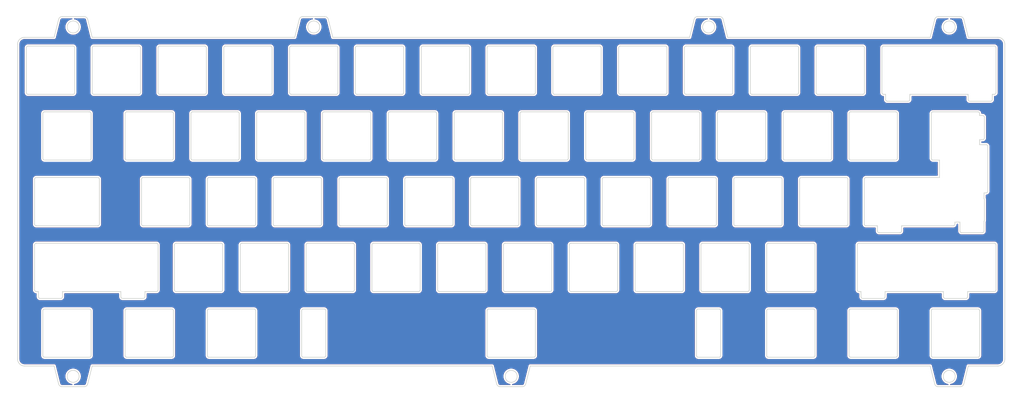
<source format=kicad_pcb>
(kicad_pcb (version 20211014) (generator pcbnew)
  (layers (0 "F.Cu" signal) (31 "B.Cu" signal) (34 "B.Paste" user) (35 "F.Paste" user) (36 "B.SilkS" user "B.Silkscreen") (37 "F.SilkS" user "F.Silkscreen") (38 "B.Mask" user) (39 "F.Mask" user) (44 "Edge.Cuts" user))
  (net 0 "")
  (gr_line (start 172.131 54.775) (end 159.131 54.775) (layer "Edge.Cuts") (width 0.2))
  (gr_arc (start 24.4935 59.825) (mid 24.847053 59.971447) (end 24.9935 60.325) (layer "Edge.Cuts") (width 0.2))
  (gr_line (start 235.331 54.775) (end 248.331 54.775) (layer "Edge.Cuts") (width 0.2))
  (gr_line (start 111.506 73.825) (end 124.506 73.825) (layer "Edge.Cuts") (width 0.2))
  (gr_arc (start 225.806 73.825) (mid 225.452447 73.678553) (end 225.306 73.325) (layer "Edge.Cuts") (width 0.2))
  (gr_arc (start 244.0685 92.375) (mid 243.922053 92.728553) (end 243.5685 92.875) (layer "Edge.Cuts") (width 0.2))
  (gr_line (start 39.281 54.275) (end 39.281 41.275) (layer "Edge.Cuts") (width 0.2))
  (gr_arc (start 48.306 116.975) (mid 48.659553 117.121447) (end 48.806 117.475) (layer "Edge.Cuts") (width 0.2))
  (gr_line (start 182.9435 111.925) (end 195.9435 111.925) (layer "Edge.Cuts") (width 0.2))
  (gr_line (start 248.331 40.775) (end 235.331 40.775) (layer "Edge.Cuts") (width 0.2))
  (gr_arc (start 225.0185 92.375) (mid 224.872053 92.728553) (end 224.5185 92.875) (layer "Edge.Cuts") (width 0.2))
  (gr_line (start 97.2185 92.875) (end 110.2185 92.875) (layer "Edge.Cuts") (width 0.2))
  (gr_arc (start 284.54975 82.85) (mid 284.403303 83.203553) (end 284.04975 83.35) (layer "Edge.Cuts") (width 0.2))
  (gr_line (start 269.191634 33.007464) (end 267.881 38.25) (layer "Edge.Cuts") (width 0.2))
  (gr_arc (start 111.006 60.325) (mid 111.152447 59.971447) (end 111.506 59.825) (layer "Edge.Cuts") (width 0.2))
  (gr_line (start 153.581 117.475) (end 153.581 130.475) (layer "Edge.Cuts") (width 0.2))
  (gr_arc (start 26.87475 78.875) (mid 27.228271 79.021464) (end 27.37475 79.375) (layer "Edge.Cuts") (width 0.2))
  (gr_arc (start 85.241634 33.007464) (mid 85.596362 32.461786) (end 86.211776 32.25) (layer "Edge.Cuts") (width 0.2))
  (gr_arc (start 181.656 59.825) (mid 182.009553 59.971447) (end 182.156 60.325) (layer "Edge.Cuts") (width 0.2))
  (gr_arc (start 100.6935 97.925) (mid 101.047053 98.071447) (end 101.1935 98.425) (layer "Edge.Cuts") (width 0.2))
  (gr_arc (start 275.02475 92.375) (mid 274.878306 92.728571) (end 274.52475 92.875) (layer "Edge.Cuts") (width 0.2))
  (gr_arc (start 220.5435 98.425) (mid 220.689947 98.071447) (end 221.0435 97.925) (layer "Edge.Cuts") (width 0.2))
  (gr_line (start 40.57525 113.425) (end 40.57525 111.925) (layer "Edge.Cuts") (width 0.2))
  (gr_arc (start 38.781 40.775) (mid 39.134553 40.921447) (end 39.281 41.275) (layer "Edge.Cuts") (width 0.2))
  (gr_arc (start 206.756 73.825) (mid 206.402447 73.678553) (end 206.256 73.325) (layer "Edge.Cuts") (width 0.2))
  (gr_line (start 72.906 60.325) (end 72.906 73.325) (layer "Edge.Cuts") (width 0.2))
  (gr_arc (start 243.5685 78.875) (mid 243.922053 79.021447) (end 244.0685 79.375) (layer "Edge.Cuts") (width 0.2))
  (gr_arc (start 284.04975 69.35) (mid 284.403303 69.496447) (end 284.54975 69.85) (layer "Edge.Cuts") (width 0.2))
  (gr_line (start 139.581 54.275) (end 139.581 41.275) (layer "Edge.Cuts") (width 0.2))
  (gr_line (start 286.431 111.925) (end 278.70025 111.925) (layer "Edge.Cuts") (width 0.2))
  (gr_line (start 11.4935 73.825) (end 24.4935 73.825) (layer "Edge.Cuts") (width 0.2))
  (gr_arc (start 121.031 54.775) (mid 120.677447 54.628553) (end 120.531 54.275) (layer "Edge.Cuts") (width 0.2))
  (gr_arc (start 158.631 41.275) (mid 158.777447 40.921447) (end 159.131 40.775) (layer "Edge.Cuts") (width 0.2))
  (gr_arc (start 34.806 60.325) (mid 34.952447 59.971447) (end 35.306 59.825) (layer "Edge.Cuts") (width 0.2))
  (gr_line (start 271.70025 113.425) (end 271.70025 111.925) (layer "Edge.Cuts") (width 0.2))
  (gr_arc (start 140.081 130.975) (mid 139.727447 130.828553) (end 139.581 130.475) (layer "Edge.Cuts") (width 0.2))
  (gr_line (start 38.781 40.775) (end 25.781 40.775) (layer "Edge.Cuts") (width 0.2))
  (gr_arc (start 210.731 54.275) (mid 210.584553 54.628553) (end 210.231 54.775) (layer "Edge.Cuts") (width 0.2))
  (gr_arc (start 8.61225 98.425) (mid 8.758694 98.071429) (end 9.11225 97.925) (layer "Edge.Cuts") (width 0.2))
  (gr_line (start 285.844 54.775) (end 285.844 56.275) (layer "Edge.Cuts") (width 0.2))
  (gr_arc (start 27.37475 92.375) (mid 27.228306 92.728571) (end 26.87475 92.875) (layer "Edge.Cuts") (width 0.2))
  (gr_line (start 16.561776 139.5) (end 23.000224 139.5) (layer "Edge.Cuts") (width 0.2))
  (gr_line (start 39.5685 79.375) (end 39.5685 92.375) (layer "Edge.Cuts") (width 0.2))
  (gr_arc (start 221.0435 130.975) (mid 220.689947 130.828553) (end 220.5435 130.475) (layer "Edge.Cuts") (width 0.2))
  (gr_line (start 172.9185 79.375) (end 172.9185 92.375) (layer "Edge.Cuts") (width 0.2))
  (gr_arc (start 3.706 40.25) (mid 4.291786 38.835786) (end 5.706 38.25) (layer "Edge.Cuts") (width 0.2))
  (gr_line (start 59.1185 130.975) (end 72.1185 130.975) (layer "Edge.Cuts") (width 0.2))
  (gr_arc (start 269.191634 33.007464) (mid 269.546362 32.461786) (end 270.161776 32.25) (layer "Edge.Cuts") (width 0.2))
  (gr_arc (start 81.6435 97.925) (mid 81.997053 98.071447) (end 82.1435 98.425) (layer "Edge.Cuts") (width 0.2))
  (gr_line (start 110.2185 78.875) (end 97.2185 78.875) (layer "Edge.Cuts") (width 0.2))
  (gr_line (start 187.706 59.825) (end 200.706 59.825) (layer "Edge.Cuts") (width 0.2))
  (gr_line (start 72.1185 116.975) (end 59.1185 116.975) (layer "Edge.Cuts") (width 0.2))
  (gr_line (start 286.931 98.425) (end 286.931 111.425) (layer "Edge.Cuts") (width 0.2))
  (gr_line (start 285.344 56.775) (end 279.344 56.775) (layer "Edge.Cuts") (width 0.2))
  (gr_arc (start 249.27475 92.875) (mid 248.921229 92.728536) (end 248.77475 92.375) (layer "Edge.Cuts") (width 0.2))
  (gr_arc (start 106.2435 98.425) (mid 106.389947 98.071447) (end 106.7435 97.925) (layer "Edge.Cuts") (width 0.2))
  (gr_arc (start 214.9935 97.925) (mid 215.347053 98.071447) (end 215.4935 98.425) (layer "Edge.Cuts") (width 0.2))
  (gr_line (start 258.356 60.325) (end 258.356 73.325) (layer "Edge.Cuts") (width 0.2))
  (gr_line (start 234.831 41.275) (end 234.831 54.275) (layer "Edge.Cuts") (width 0.2))
  (gr_line (start 210.231 54.775) (end 197.231 54.775) (layer "Edge.Cuts") (width 0.2))
  (gr_line (start 6.231 41.275) (end 6.231 54.275) (layer "Edge.Cuts") (width 0.2))
  (gr_line (start 278.881 133.5) (end 287.456 133.5) (layer "Edge.Cuts") (width 0.2))
  (gr_line (start 73.406 73.825) (end 86.406 73.825) (layer "Edge.Cuts") (width 0.2))
  (gr_line (start 206.756 73.825) (end 219.756 73.825) (layer "Edge.Cuts") (width 0.2))
  (gr_arc (start 134.8185 79.375) (mid 134.964947 79.021447) (end 135.3185 78.875) (layer "Edge.Cuts") (width 0.2))
  (gr_arc (start 87.1935 98.425) (mid 87.339947 98.071447) (end 87.6935 97.925) (layer "Edge.Cuts") (width 0.2))
  (gr_line (start 91.6685 79.375) (end 91.6685 92.375) (layer "Edge.Cuts") (width 0.2))
  (gr_arc (start 15.591634 33.007464) (mid 15.946362 32.461786) (end 16.561776 32.25) (layer "Edge.Cuts") (width 0.2))
  (gr_arc (start 40.0685 92.875) (mid 39.714947 92.728553) (end 39.5685 92.375) (layer "Edge.Cuts") (width 0.2))
  (gr_line (start 8.61225 79.375) (end 8.61225 92.375) (layer "Edge.Cuts") (width 0.2))
  (gr_line (start 178.181 54.775) (end 191.181 54.775) (layer "Edge.Cuts") (width 0.2))
  (gr_arc (start 278.70025 113.425) (mid 278.553806 113.778571) (end 278.20025 113.925) (layer "Edge.Cuts") (width 0.2))
  (gr_line (start 289.456 131.5) (end 289.456 40.25) (layer "Edge.Cuts") (width 0.2))
  (gr_arc (start 53.856 60.325) (mid 54.002447 59.971447) (end 54.356 59.825) (layer "Edge.Cuts") (width 0.2))
  (gr_arc (start 207.231 130.475) (mid 207.084553 130.828553) (end 206.731 130.975) (layer "Edge.Cuts") (width 0.2))
  (gr_arc (start 201.9935 111.925) (mid 201.639947 111.778553) (end 201.4935 111.425) (layer "Edge.Cuts") (width 0.2))
  (gr_arc (start 120.531 41.275) (mid 120.677447 40.921447) (end 121.031 40.775) (layer "Edge.Cuts") (width 0.2))
  (gr_line (start 182.4435 98.425) (end 182.4435 111.425) (layer "Edge.Cuts") (width 0.2))
  (gr_line (start 225.306 60.325) (end 225.306 73.325) (layer "Edge.Cuts") (width 0.2))
  (gr_line (start 220.5435 130.475) (end 220.5435 117.475) (layer "Edge.Cuts") (width 0.2))
  (gr_line (start 63.0935 98.425) (end 63.0935 111.425) (layer "Edge.Cuts") (width 0.2))
  (gr_line (start 191.9685 92.375) (end 191.9685 79.375) (layer "Edge.Cuts") (width 0.2))
  (gr_arc (start 20.231 54.275) (mid 20.084553 54.628553) (end 19.731 54.775) (layer "Edge.Cuts") (width 0.2))
  (gr_arc (start 63.0935 111.425) (mid 62.947053 111.778553) (end 62.5935 111.925) (layer "Edge.Cuts") (width 0.2))
  (gr_arc (start 172.131 40.775) (mid 172.484553 40.921447) (end 172.631 41.275) (layer "Edge.Cuts") (width 0.2))
  (gr_arc (start 201.206 73.325) (mid 201.059553 73.678553) (end 200.706 73.825) (layer "Edge.Cuts") (width 0.2))
  (gr_line (start 278.881 38.25) (end 277.570366 33.007464) (layer "Edge.Cuts") (width 0.2))
  (gr_line (start 149.606 59.825) (end 162.606 59.825) (layer "Edge.Cuts") (width 0.2))
  (gr_arc (start 144.3435 98.425) (mid 144.489947 98.071447) (end 144.8435 97.925) (layer "Edge.Cuts") (width 0.2))
  (gr_arc (start 168.156 60.325) (mid 168.302447 59.971447) (end 168.656 59.825) (layer "Edge.Cuts") (width 0.2))
  (gr_line (start 59.1185 78.875) (end 72.1185 78.875) (layer "Edge.Cuts") (width 0.2))
  (gr_arc (start 235.331 54.775) (mid 234.977447 54.628553) (end 234.831 54.275) (layer "Edge.Cuts") (width 0.2))
  (gr_line (start 259.08675 94.875) (end 253.08675 94.875) (layer "Edge.Cuts") (width 0.2))
  (gr_line (start 239.306 73.325) (end 239.306 60.325) (layer "Edge.Cuts") (width 0.2))
  (gr_line (start 254.381 40.775) (end 286.431 40.775) (layer "Edge.Cuts") (width 0.2))
  (gr_line (start 77.381 41.275) (end 77.381 54.275) (layer "Edge.Cuts") (width 0.2))
  (gr_arc (start 95.931 40.775) (mid 96.284553 40.921447) (end 96.431 41.275) (layer "Edge.Cuts") (width 0.2))
  (gr_circle (center 203.731 35.25) (end 201.981 35.25) (layer "Edge.Cuts") (width 0.2) (fill none))
  (gr_line (start 261.968 54.775) (end 261.968 56.275) (layer "Edge.Cuts") (width 0.2))
  (gr_arc (start 282.1685 130.475) (mid 282.022053 130.828553) (end 281.6685 130.975) (layer "Edge.Cuts") (width 0.2))
  (gr_arc (start 144.8435 111.925) (mid 144.489947 111.778553) (end 144.3435 111.425) (layer "Edge.Cuts") (width 0.2))
  (gr_arc (start 34.806 117.475) (mid 34.952447 117.121447) (end 35.306 116.975) (layer "Edge.Cuts") (width 0.2))
  (gr_arc (start 44.331 41.275) (mid 44.477447 40.921447) (end 44.831 40.775) (layer "Edge.Cuts") (width 0.2))
  (gr_line (start 144.3435 111.425) (end 144.3435 98.425) (layer "Edge.Cuts") (width 0.2))
  (gr_arc (start 157.8435 97.925) (mid 158.197053 98.071447) (end 158.3435 98.425) (layer "Edge.Cuts") (width 0.2))
  (gr_line (start 267.881 133.5) (end 269.191634 138.742536) (layer "Edge.Cuts") (width 0.2))
  (gr_line (start 140.081 116.975) (end 153.081 116.975) (layer "Edge.Cuts") (width 0.2))
  (gr_line (start 19.731 40.775) (end 6.731 40.775) (layer "Edge.Cuts") (width 0.2))
  (gr_arc (start 200.231 117.475) (mid 200.377447 117.121447) (end 200.731 116.975) (layer "Edge.Cuts") (width 0.2))
  (gr_arc (start 153.581 130.475) (mid 153.434553 130.828553) (end 153.081 130.975) (layer "Edge.Cuts") (width 0.2))
  (gr_arc (start 167.8685 92.375) (mid 167.722053 92.728553) (end 167.3685 92.875) (layer "Edge.Cuts") (width 0.2))
  (gr_line (start 247.2375 97.925) (end 286.431 97.925) (layer "Edge.Cuts") (width 0.2))
  (gr_line (start 92.931 117.475) (end 92.931 130.475) (layer "Edge.Cuts") (width 0.2))
  (gr_arc (start 163.8935 111.925) (mid 163.539947 111.778553) (end 163.3935 111.425) (layer "Edge.Cuts") (width 0.2))
  (gr_arc (start 40.57525 113.425) (mid 40.428806 113.778571) (end 40.07525 113.925) (layer "Edge.Cuts") (width 0.2))
  (gr_line (start 82.1435 111.425) (end 82.1435 98.425) (layer "Edge.Cuts") (width 0.2))
  (gr_line (start 124.506 59.825) (end 111.506 59.825) (layer "Edge.Cuts") (width 0.2))
  (gr_arc (start 244.356 60.325) (mid 244.502447 59.971447) (end 244.856 59.825) (layer "Edge.Cuts") (width 0.2))
  (gr_line (start 173.4185 92.875) (end 186.4185 92.875) (layer "Edge.Cuts") (width 0.2))
  (gr_line (start 216.281 40.775) (end 229.281 40.775) (layer "Edge.Cuts") (width 0.2))
  (gr_arc (start 115.7685 79.375) (mid 115.914947 79.021447) (end 116.2685 78.875) (layer "Edge.Cuts") (width 0.2))
  (gr_line (start 10.9935 130.475) (end 10.9935 117.475) (layer "Edge.Cuts") (width 0.2))
  (gr_arc (start 92.456 73.825) (mid 92.102447 73.678553) (end 91.956 73.325) (layer "Edge.Cuts") (width 0.2))
  (gr_line (start 234.0435 97.925) (end 221.0435 97.925) (layer "Edge.Cuts") (width 0.2))
  (gr_line (start 139.581 130.475) (end 139.581 117.475) (layer "Edge.Cuts") (width 0.2))
  (gr_arc (start 210.231 40.775) (mid 210.584553 40.921447) (end 210.731 41.275) (layer "Edge.Cuts") (width 0.2))
  (gr_arc (start 268.6685 130.975) (mid 268.314947 130.828553) (end 268.1685 130.475) (layer "Edge.Cuts") (width 0.2))
  (gr_arc (start 125.7935 111.925) (mid 125.439947 111.778553) (end 125.2935 111.425) (layer "Edge.Cuts") (width 0.2))
  (gr_arc (start 287.456 38.25) (mid 288.870214 38.835786) (end 289.456 40.25) (layer "Edge.Cuts") (width 0.2))
  (gr_arc (start 92.650224 32.25) (mid 93.265624 32.461804) (end 93.620366 33.007464) (layer "Edge.Cuts") (width 0.2))
  (gr_line (start 196.4435 111.425) (end 196.4435 98.425) (layer "Edge.Cuts") (width 0.2))
  (gr_arc (start 59.1185 130.975) (mid 58.764947 130.828553) (end 58.6185 130.475) (layer "Edge.Cuts") (width 0.2))
  (gr_line (start 283.46275 91.569835) (end 283.46275 94.375) (layer "Edge.Cuts") (width 0.2))
  (gr_arc (start 135.3185 92.875) (mid 134.964947 92.728553) (end 134.8185 92.375) (layer "Edge.Cuts") (width 0.2))
  (gr_arc (start 173.4185 92.875) (mid 173.064947 92.728553) (end 172.9185 92.375) (layer "Edge.Cuts") (width 0.2))
  (gr_arc (start 86.431 130.975) (mid 86.077447 130.828553) (end 85.931 130.475) (layer "Edge.Cuts") (width 0.2))
  (gr_line (start 105.956 60.325) (end 105.956 73.325) (layer "Edge.Cuts") (width 0.2))
  (gr_line (start 85.241634 33.007464) (end 83.931 38.25) (layer "Edge.Cuts") (width 0.2))
  (gr_line (start 283.46275 83.35) (end 283.46275 85.006165) (layer "Edge.Cuts") (width 0.2))
  (gr_line (start 58.331 54.275) (end 58.331 41.275) (layer "Edge.Cuts") (width 0.2))
  (gr_line (start 244.856 59.825) (end 257.856 59.825) (layer "Edge.Cuts") (width 0.2))
  (gr_line (start 144.056 73.325) (end 144.056 60.325) (layer "Edge.Cuts") (width 0.2))
  (gr_line (start 24.4935 130.975) (end 11.4935 130.975) (layer "Edge.Cuts") (width 0.2))
  (gr_arc (start 234.0435 97.925) (mid 234.397053 98.071447) (end 234.5435 98.425) (layer "Edge.Cuts") (width 0.2))
  (gr_arc (start 238.806 59.825) (mid 239.159553 59.971447) (end 239.306 60.325) (layer "Edge.Cuts") (width 0.2))
  (gr_line (start 267.881 38.25) (end 209.231 38.25) (layer "Edge.Cuts") (width 0.2))
  (gr_arc (start 23.000224 32.25) (mid 23.615624 32.461804) (end 23.970366 33.007464) (layer "Edge.Cuts") (width 0.2))
  (gr_arc (start 247.2375 111.925) (mid 246.883947 111.778553) (end 246.7375 111.425) (layer "Edge.Cuts") (width 0.2))
  (gr_arc (start 285.844 56.275) (mid 285.697553 56.628553) (end 285.344 56.775) (layer "Edge.Cuts") (width 0.2))
  (gr_circle (center 146.581 136.5) (end 144.831 136.5) (layer "Edge.Cuts") (width 0.2) (fill none))
  (gr_arc (start 91.956 60.325) (mid 92.102447 59.971447) (end 92.456 59.825) (layer "Edge.Cuts") (width 0.2))
  (gr_arc (start 53.0685 78.875) (mid 53.422053 79.021447) (end 53.5685 79.375) (layer "Edge.Cuts") (width 0.2))
  (gr_line (start 234.0435 130.975) (end 221.0435 130.975) (layer "Edge.Cuts") (width 0.2))
  (gr_line (start 153.8685 92.375) (end 153.8685 79.375) (layer "Edge.Cuts") (width 0.2))
  (gr_arc (start 92.431 116.975) (mid 92.784553 117.121447) (end 92.931 117.475) (layer "Edge.Cuts") (width 0.2))
  (gr_line (start 187.206 73.325) (end 187.206 60.325) (layer "Edge.Cuts") (width 0.2))
  (gr_line (start 25.281 133.5) (end 141.081 133.5) (layer "Edge.Cuts") (width 0.2))
  (gr_line (start 134.031 40.775) (end 121.031 40.775) (layer "Edge.Cuts") (width 0.2))
  (gr_arc (start 163.106 73.325) (mid 162.959553 73.678553) (end 162.606 73.825) (layer "Edge.Cuts") (width 0.2))
  (gr_line (start 44.331 41.275) (end 44.331 54.275) (layer "Edge.Cuts") (width 0.2))
  (gr_line (start 48.806 60.325) (end 48.806 73.325) (layer "Edge.Cuts") (width 0.2))
  (gr_line (start 207.231 117.475) (end 207.231 130.475) (layer "Edge.Cuts") (width 0.2))
  (gr_line (start 92.431 130.975) (end 86.431 130.975) (layer "Edge.Cuts") (width 0.2))
  (gr_arc (start 201.4935 98.425) (mid 201.639947 98.071447) (end 201.9935 97.925) (layer "Edge.Cuts") (width 0.2))
  (gr_line (start 15.591634 33.007464) (end 14.281 38.25) (layer "Edge.Cuts") (width 0.2))
  (gr_line (start 278.20025 113.925) (end 272.20025 113.925) (layer "Edge.Cuts") (width 0.2))
  (gr_line (start 116.2685 92.875) (end 129.2685 92.875) (layer "Edge.Cuts") (width 0.2))
  (gr_line (start 191.681 54.275) (end 191.681 41.275) (layer "Edge.Cuts") (width 0.2))
  (gr_arc (start 254.82425 113.425) (mid 254.677806 113.778571) (end 254.32425 113.925) (layer "Edge.Cuts") (width 0.2))
  (gr_arc (start 259.58675 94.375) (mid 259.440306 94.728571) (end 259.08675 94.875) (layer "Edge.Cuts") (width 0.2))
  (gr_line (start 91.956 73.325) (end 91.956 60.325) (layer "Edge.Cuts") (width 0.2))
  (gr_arc (start 124.506 59.825) (mid 124.859553 59.971447) (end 125.006 60.325) (layer "Edge.Cuts") (width 0.2))
  (gr_line (start 163.106 60.325) (end 163.106 73.325) (layer "Edge.Cuts") (width 0.2))
  (gr_arc (start 44.38725 111.425) (mid 44.240806 111.778571) (end 43.88725 111.925) (layer "Edge.Cuts") (width 0.2))
  (gr_arc (start 200.706 59.825) (mid 201.059553 59.971447) (end 201.206 60.325) (layer "Edge.Cuts") (width 0.2))
  (gr_arc (start 129.2685 78.875) (mid 129.622053 79.021447) (end 129.7685 79.375) (layer "Edge.Cuts") (width 0.2))
  (gr_line (start 49.0935 111.425) (end 49.0935 98.425) (layer "Edge.Cuts") (width 0.2))
  (gr_arc (start 96.431 54.275) (mid 96.284553 54.628553) (end 95.931 54.775) (layer "Edge.Cuts") (width 0.2))
  (gr_line (start 270.54975 73.825) (end 268.6685 73.825) (layer "Edge.Cuts") (width 0.2))
  (gr_line (start 195.9435 97.925) (end 182.9435 97.925) (layer "Edge.Cuts") (width 0.2))
  (gr_line (start 48.306 73.825) (end 35.306 73.825) (layer "Edge.Cuts") (width 0.2))
  (gr_line (start 276.600224 32.25) (end 270.161776 32.25) (layer "Edge.Cuts") (width 0.2))
  (gr_arc (start 34.07525 113.925) (mid 33.721729 113.778536) (end 33.57525 113.425) (layer "Edge.Cuts") (width 0.2))
  (gr_arc (start 119.7435 97.925) (mid 120.097053 98.071447) (end 120.2435 98.425) (layer "Edge.Cuts") (width 0.2))
  (gr_line (start 106.2435 98.425) (end 106.2435 111.425) (layer "Edge.Cuts") (width 0.2))
  (gr_line (start 92.650224 32.25) (end 86.211776 32.25) (layer "Edge.Cuts") (width 0.2))
  (gr_arc (start 150.770366 138.742536) (mid 150.415638 139.288214) (end 149.800224 139.5) (layer "Edge.Cuts") (width 0.2))
  (gr_line (start 215.781 54.275) (end 215.781 41.275) (layer "Edge.Cuts") (width 0.2))
  (gr_line (start 158.631 54.275) (end 158.631 41.275) (layer "Edge.Cuts") (width 0.2))
  (gr_line (start 130.556 73.825) (end 143.556 73.825) (layer "Edge.Cuts") (width 0.2))
  (gr_line (start 9.11225 111.925) (end 9.69925 111.925) (layer "Edge.Cuts") (width 0.2))
  (gr_arc (start 211.5185 92.875) (mid 211.164947 92.728553) (end 211.0185 92.375) (layer "Edge.Cuts") (width 0.2))
  (gr_arc (start 53.5685 92.375) (mid 53.422053 92.728553) (end 53.0685 92.875) (layer "Edge.Cuts") (width 0.2))
  (gr_line (start 34.806 130.475) (end 34.806 117.475) (layer "Edge.Cuts") (width 0.2))
  (gr_line (start 254.32425 113.925) (end 248.32425 113.925) (layer "Edge.Cuts") (width 0.2))
  (gr_arc (start 253.881 41.275) (mid 254.027447 40.921447) (end 254.381 40.775) (layer "Edge.Cuts") (width 0.2))
  (gr_line (start 268.6685 59.825) (end 281.6685 59.825) (layer "Edge.Cuts") (width 0.2))
  (gr_arc (start 110.2185 78.875) (mid 110.572053 79.021447) (end 110.7185 79.375) (layer "Edge.Cuts") (width 0.2))
  (gr_line (start 282.96275 94.875) (end 276.96275 94.875) (layer "Edge.Cuts") (width 0.2))
  (gr_arc (start 6.231 41.275) (mid 6.377447 40.921447) (end 6.731 40.775) (layer "Edge.Cuts") (width 0.2))
  (gr_line (start 283.04975 67.912) (end 282.1685 67.912) (layer "Edge.Cuts") (width 0.2))
  (gr_line (start 53.856 60.325) (end 53.856 73.325) (layer "Edge.Cuts") (width 0.2))
  (gr_arc (start 206.950224 32.25) (mid 207.565624 32.461804) (end 207.920366 33.007464) (layer "Edge.Cuts") (width 0.2))
  (gr_line (start 86.431 116.975) (end 92.431 116.975) (layer "Edge.Cuts") (width 0.2))
  (gr_arc (start 283.54975 67.412) (mid 283.403303 67.765553) (end 283.04975 67.912) (layer "Edge.Cuts") (width 0.2))
  (gr_line (start 167.3685 92.875) (end 154.3685 92.875) (layer "Edge.Cuts") (width 0.2))
  (gr_arc (start 286.931 54.275) (mid 286.784553 54.628553) (end 286.431 54.775) (layer "Edge.Cuts") (width 0.2))
  (gr_arc (start 35.306 73.825) (mid 34.952447 73.678553) (end 34.806 73.325) (layer "Edge.Cuts") (width 0.2))
  (gr_line (start 96.7185 79.375) (end 96.7185 92.375) (layer "Edge.Cuts") (width 0.2))
  (gr_line (start 243.5685 92.875) (end 230.5685 92.875) (layer "Edge.Cuts") (width 0.2))
  (gr_arc (start 134.531 54.275) (mid 134.384553 54.628553) (end 134.031 54.775) (layer "Edge.Cuts") (width 0.2))
  (gr_line (start 220.256 73.325) (end 220.256 60.325) (layer "Edge.Cuts") (width 0.2))
  (gr_line (start 8.61225 98.425) (end 8.61225 111.425) (layer "Edge.Cuts") (width 0.2))
  (gr_arc (start 220.5435 117.475) (mid 220.689947 117.121447) (end 221.0435 116.975) (layer "Edge.Cuts") (width 0.2))
  (gr_arc (start 138.7935 97.925) (mid 139.147053 98.071447) (end 139.2935 98.425) (layer "Edge.Cuts") (width 0.2))
  (gr_line (start 63.881 40.775) (end 76.881 40.775) (layer "Edge.Cuts") (width 0.2))
  (gr_arc (start 85.931 117.475) (mid 86.077447 117.121447) (end 86.431 116.975) (layer "Edge.Cuts") (width 0.2))
  (gr_line (start 244.0685 79.375) (end 244.0685 92.375) (layer "Edge.Cuts") (width 0.2))
  (gr_arc (start 153.8685 79.375) (mid 154.014947 79.021447) (end 154.3685 78.875) (layer "Edge.Cuts") (width 0.2))
  (gr_arc (start 48.806 130.475) (mid 48.659553 130.828553) (end 48.306 130.975) (layer "Edge.Cuts") (width 0.2))
  (gr_line (start 201.9935 97.925) (end 214.9935 97.925) (layer "Edge.Cuts") (width 0.2))
  (gr_arc (start 63.881 54.775) (mid 63.527447 54.628553) (end 63.381 54.275) (layer "Edge.Cuts") (width 0.2))
  (gr_line (start 3.706 40.25) (end 3.706 131.5) (layer "Edge.Cuts") (width 0.2))
  (gr_arc (start 101.481 41.275) (mid 101.627447 40.921447) (end 101.981 40.775) (layer "Edge.Cuts") (width 0.2))
  (gr_arc (start 43.88725 97.925) (mid 44.240771 98.071464) (end 44.38725 98.425) (layer "Edge.Cuts") (width 0.2))
  (gr_line (start 44.38725 111.425) (end 44.38725 98.425) (layer "Edge.Cuts") (width 0.2))
  (gr_arc (start 177.3935 111.425) (mid 177.247053 111.778553) (end 176.8935 111.925) (layer "Edge.Cuts") (width 0.2))
  (gr_arc (start 139.2935 111.425) (mid 139.147053 111.778553) (end 138.7935 111.925) (layer "Edge.Cuts") (width 0.2))
  (gr_line (start 77.6685 92.375) (end 77.6685 79.375) (layer "Edge.Cuts") (width 0.2))
  (gr_arc (start 289.456 131.5) (mid 288.870214 132.914214) (end 287.456 133.5) (layer "Edge.Cuts") (width 0.2))
  (gr_arc (start 277.570366 138.742536) (mid 277.215638 139.288214) (end 276.600224 139.5) (layer "Edge.Cuts") (width 0.2))
  (gr_arc (start 283.54975 91.288) (mid 283.527507 91.43548) (end 283.46275 91.569835) (layer "Edge.Cuts") (width 0.2))
  (gr_line (start 100.6935 97.925) (end 87.6935 97.925) (layer "Edge.Cuts") (width 0.2))
  (gr_line (start 25.281 41.275) (end 25.281 54.275) (layer "Edge.Cuts") (width 0.2))
  (gr_line (start 277.570366 138.742536) (end 278.881 133.5) (layer "Edge.Cuts") (width 0.2))
  (gr_line (start 101.1935 111.425) (end 101.1935 98.425) (layer "Edge.Cuts") (width 0.2))
  (gr_arc (start 68.1435 98.425) (mid 68.289947 98.071447) (end 68.6435 97.925) (layer "Edge.Cuts") (width 0.2))
  (gr_arc (start 200.731 130.975) (mid 200.377447 130.828553) (end 200.231 130.475) (layer "Edge.Cuts") (width 0.2))
  (gr_arc (start 234.5435 130.475) (mid 234.397053 130.828553) (end 234.0435 130.975) (layer "Edge.Cuts") (width 0.2))
  (gr_line (start 86.406 59.825) (end 73.406 59.825) (layer "Edge.Cuts") (width 0.2))
  (gr_arc (start 39.5685 79.375) (mid 39.714947 79.021447) (end 40.0685 78.875) (layer "Edge.Cuts") (width 0.2))
  (gr_line (start 78.1685 78.875) (end 91.1685 78.875) (layer "Edge.Cuts") (width 0.2))
  (gr_line (start 276.46275 94.375) (end 276.46275 91.788) (layer "Edge.Cuts") (width 0.2))
  (gr_arc (start 192.4685 92.875) (mid 192.114947 92.728553) (end 191.9685 92.375) (layer "Edge.Cuts") (width 0.2))
  (gr_line (start 225.806 73.825) (end 238.806 73.825) (layer "Edge.Cuts") (width 0.2))
  (gr_arc (start 49.0935 98.425) (mid 49.239947 98.071447) (end 49.5935 97.925) (layer "Edge.Cuts") (width 0.2))
  (gr_arc (start 149.106 60.325) (mid 149.252447 59.971447) (end 149.606 59.825) (layer "Edge.Cuts") (width 0.2))
  (gr_line (start 23.000224 32.25) (end 16.561776 32.25) (layer "Edge.Cuts") (width 0.2))
  (gr_line (start 57.831 40.775) (end 44.831 40.775) (layer "Edge.Cuts") (width 0.2))
  (gr_arc (start 276.96275 94.875) (mid 276.609229 94.728536) (end 276.46275 94.375) (layer "Edge.Cuts") (width 0.2))
  (gr_line (start 129.7685 92.375) (end 129.7685 79.375) (layer "Edge.Cuts") (width 0.2))
  (gr_arc (start 149.606 73.825) (mid 149.252447 73.678553) (end 149.106 73.325) (layer "Edge.Cuts") (width 0.2))
  (gr_arc (start 76.881 40.775) (mid 77.234553 40.921447) (end 77.381 41.275) (layer "Edge.Cuts") (width 0.2))
  (gr_line (start 111.006 60.325) (end 111.006 73.325) (layer "Edge.Cuts") (width 0.2))
  (gr_arc (start 154.3685 92.875) (mid 154.014947 92.728553) (end 153.8685 92.375) (layer "Edge.Cuts") (width 0.2))
  (gr_line (start 138.7935 111.925) (end 125.7935 111.925) (layer "Edge.Cuts") (width 0.2))
  (gr_line (start 214.9935 111.925) (end 201.9935 111.925) (layer "Edge.Cuts") (width 0.2))
  (gr_line (start 87.6935 111.925) (end 100.6935 111.925) (layer "Edge.Cuts") (width 0.2))
  (gr_line (start 35.306 116.975) (end 48.306 116.975) (layer "Edge.Cuts") (width 0.2))
  (gr_line (start 9.11225 92.875) (end 26.87475 92.875) (layer "Edge.Cuts") (width 0.2))
  (gr_line (start 25.281 38.25) (end 23.970366 33.007464) (layer "Edge.Cuts") (width 0.2))
  (gr_arc (start 86.906 73.325) (mid 86.759553 73.678553) (end 86.406 73.825) (layer "Edge.Cuts") (width 0.2))
  (gr_arc (start 153.081 116.975) (mid 153.434553 117.121447) (end 153.581 117.475) (layer "Edge.Cuts") (width 0.2))
  (gr_arc (start 261.968 56.275) (mid 261.821553 56.628553) (end 261.468 56.775) (layer "Edge.Cuts") (width 0.2))
  (gr_line (start 211.0185 92.375) (end 211.0185 79.375) (layer "Edge.Cuts") (width 0.2))
  (gr_line (start 211.5185 78.875) (end 224.5185 78.875) (layer "Edge.Cuts") (width 0.2))
  (gr_arc (start 148.3185 78.875) (mid 148.672053 79.021447) (end 148.8185 79.375) (layer "Edge.Cuts") (width 0.2))
  (gr_line (start 205.9685 79.375) (end 205.9685 92.375) (layer "Edge.Cuts") (width 0.2))
  (gr_arc (start 9.11225 111.925) (mid 8.758729 111.778536) (end 8.61225 111.425) (layer "Edge.Cuts") (width 0.2))
  (gr_arc (start 25.781 54.775) (mid 25.427447 54.628553) (end 25.281 54.275) (layer "Edge.Cuts") (width 0.2))
  (gr_circle (center 273.381 35.25) (end 271.631 35.25) (layer "Edge.Cuts") (width 0.2) (fill none))
  (gr_line (start 282.1685 69.35) (end 284.04975 69.35) (layer "Edge.Cuts") (width 0.2))
  (gr_arc (start 24.9935 130.475) (mid 24.847053 130.828553) (end 24.4935 130.975) (layer "Edge.Cuts") (width 0.2))
  (gr_line (start 110.7185 92.375) (end 110.7185 79.375) (layer "Edge.Cuts") (width 0.2))
  (gr_arc (start 168.656 73.825) (mid 168.302447 73.678553) (end 168.156 73.325) (layer "Edge.Cuts") (width 0.2))
  (gr_arc (start 110.7185 92.375) (mid 110.572053 92.728553) (end 110.2185 92.875) (layer "Edge.Cuts") (width 0.2))
  (gr_line (start 62.5935 111.925) (end 49.5935 111.925) (layer "Edge.Cuts") (width 0.2))
  (gr_line (start 40.0685 92.875) (end 53.0685 92.875) (layer "Edge.Cuts") (width 0.2))
  (gr_line (start 125.006 73.325) (end 125.006 60.325) (layer "Edge.Cuts") (width 0.2))
  (gr_line (start 270.161776 139.5) (end 276.600224 139.5) (layer "Edge.Cuts") (width 0.2))
  (gr_arc (start 224.5185 78.875) (mid 224.872053 79.021447) (end 225.0185 79.375) (layer "Edge.Cuts") (width 0.2))
  (gr_line (start 85.931 130.475) (end 85.931 117.475) (layer "Edge.Cuts") (width 0.2))
  (gr_line (start 219.756 59.825) (end 206.756 59.825) (layer "Edge.Cuts") (width 0.2))
  (gr_line (start 192.4685 78.875) (end 205.4685 78.875) (layer "Edge.Cuts") (width 0.2))
  (gr_line (start 154.3685 78.875) (end 167.3685 78.875) (layer "Edge.Cuts") (width 0.2))
  (gr_line (start 247.82425 111.925) (end 247.2375 111.925) (layer "Edge.Cuts") (width 0.2))
  (gr_arc (start 283.46275 85.006165) (mid 283.527499 85.140523) (end 283.54975 85.288) (layer "Edge.Cuts") (width 0.2))
  (gr_arc (start 229.281 40.775) (mid 229.634553 40.921447) (end 229.781 41.275) (layer "Edge.Cuts") (width 0.2))
  (gr_arc (start 25.281 41.275) (mid 25.427447 40.921447) (end 25.781 40.775) (layer "Edge.Cuts") (width 0.2))
  (gr_arc (start 159.131 54.775) (mid 158.777447 54.628553) (end 158.631 54.275) (layer "Edge.Cuts") (width 0.2))
  (gr_line (start 140.081 40.775) (end 153.081 40.775) (layer "Edge.Cuts") (width 0.2))
  (gr_line (start 158.3435 98.425) (end 158.3435 111.425) (layer "Edge.Cuts") (width 0.2))
  (gr_line (start 49.5935 97.925) (end 62.5935 97.925) (layer "Edge.Cuts") (width 0.2))
  (gr_line (start 225.0185 79.375) (end 225.0185 92.375) (layer "Edge.Cuts") (width 0.2))
  (gr_arc (start 86.406 59.825) (mid 86.759553 59.971447) (end 86.906 60.325) (layer "Edge.Cuts") (width 0.2))
  (gr_line (start 143.556 59.825) (end 130.556 59.825) (layer "Edge.Cuts") (width 0.2))
  (gr_arc (start 54.356 73.825) (mid 54.002447 73.678553) (end 53.856 73.325) (layer "Edge.Cuts") (width 0.2))
  (gr_line (start 177.3935 111.425) (end 177.3935 98.425) (layer "Edge.Cuts") (width 0.2))
  (gr_arc (start 211.0185 79.375) (mid 211.164947 79.021447) (end 211.5185 78.875) (layer "Edge.Cuts") (width 0.2))
  (gr_line (start 163.3935 98.425) (end 163.3935 111.425) (layer "Edge.Cuts") (width 0.2))
  (gr_line (start 286.431 54.775) (end 285.844 54.775) (layer "Edge.Cuts") (width 0.2))
  (gr_arc (start 5.706 133.5) (mid 4.291786 132.914214) (end 3.706 131.5) (layer "Edge.Cuts") (width 0.2))
  (gr_line (start 278.844 54.775) (end 261.968 54.775) (layer "Edge.Cuts") (width 0.2))
  (gr_line (start 87.1935 98.425) (end 87.1935 111.425) (layer "Edge.Cuts") (width 0.2))
  (gr_line (start 206.950224 32.25) (end 200.511776 32.25) (layer "Edge.Cuts") (width 0.2))
  (gr_arc (start 196.731 41.275) (mid 196.877447 40.921447) (end 197.231 40.775) (layer "Edge.Cuts") (width 0.2))
  (gr_arc (start 281.6685 116.975) (mid 282.022053 117.121447) (end 282.1685 117.475) (layer "Edge.Cuts") (width 0.2))
  (gr_arc (start 58.331 54.275) (mid 58.184553 54.628553) (end 57.831 54.775) (layer "Edge.Cuts") (width 0.2))
  (gr_arc (start 63.381 41.275) (mid 63.527447 40.921447) (end 63.881 40.775) (layer "Edge.Cuts") (width 0.2))
  (gr_arc (start 10.9935 117.475) (mid 11.139947 117.121447) (end 11.4935 116.975) (layer "Edge.Cuts") (width 0.2))
  (gr_line (start 278.844 56.275) (end 278.844 54.775) (layer "Edge.Cuts") (width 0.2))
  (gr_line (start 148.8185 79.375) (end 148.8185 92.375) (layer "Edge.Cuts") (width 0.2))
  (gr_arc (start 253.08675 94.875) (mid 252.733229 94.728536) (end 252.58675 94.375) (layer "Edge.Cuts") (width 0.2))
  (gr_line (start 81.6435 97.925) (end 68.6435 97.925) (layer "Edge.Cuts") (width 0.2))
  (gr_line (start 182.156 60.325) (end 182.156 73.325) (layer "Edge.Cuts") (width 0.2))
  (gr_arc (start 16.69925 113.425) (mid 16.552806 113.778571) (end 16.19925 113.925) (layer "Edge.Cuts") (width 0.2))
  (gr_line (start 101.481 41.275) (end 101.481 54.275) (layer "Edge.Cuts") (width 0.2))
  (gr_line (start 200.706 73.825) (end 187.706 73.825) (layer "Edge.Cuts") (width 0.2))
  (gr_line (start 53.0685 78.875) (end 40.0685 78.875) (layer "Edge.Cuts") (width 0.2))
  (gr_arc (start 11.4935 130.975) (mid 11.139947 130.828553) (end 10.9935 130.475) (layer "Edge.Cuts") (width 0.2))
  (gr_arc (start 97.2185 92.875) (mid 96.864947 92.728553) (end 96.7185 92.375) (layer "Edge.Cuts") (width 0.2))
  (gr_arc (start 59.1185 92.875) (mid 58.764947 92.728553) (end 58.6185 92.375) (layer "Edge.Cuts") (width 0.2))
  (gr_line (start 196.731 54.275) (end 196.731 41.275) (layer "Edge.Cuts") (width 0.2))
  (gr_line (start 16.69925 111.925) (end 33.57525 111.925) (layer "Edge.Cuts") (width 0.2))
  (gr_arc (start 48.306 59.825) (mid 48.659553 59.971447) (end 48.806 60.325) (layer "Edge.Cuts") (width 0.2))
  (gr_arc (start 244.856 130.975) (mid 244.502447 130.828553) (end 244.356 130.475) (layer "Edge.Cuts") (width 0.2))
  (gr_line (start 278.70025 111.925) (end 278.70025 113.425) (layer "Edge.Cuts") (width 0.2))
  (gr_line (start 200.231 130.475) (end 200.231 117.475) (layer "Edge.Cuts") (width 0.2))
  (gr_arc (start 182.4435 98.425) (mid 182.589947 98.071447) (end 182.9435 97.925) (layer "Edge.Cuts") (width 0.2))
  (gr_arc (start 73.406 73.825) (mid 73.052447 73.678553) (end 72.906 73.325) (layer "Edge.Cuts") (width 0.2))
  (gr_arc (start 270.161776 139.5) (mid 269.546376 139.288196) (end 269.191634 138.742536) (layer "Edge.Cuts") (width 0.2))
  (gr_line (start 139.2935 98.425) (end 139.2935 111.425) (layer "Edge.Cuts") (width 0.2))
  (gr_arc (start 58.6185 79.375) (mid 58.764947 79.021447) (end 59.1185 78.875) (layer "Edge.Cuts") (width 0.2))
  (gr_line (start 186.4185 78.875) (end 173.4185 78.875) (layer "Edge.Cuts") (width 0.2))
  (gr_line (start 157.8435 111.925) (end 144.8435 111.925) (layer "Edge.Cuts") (width 0.2))
  (gr_line (start 163.8935 111.925) (end 176.8935 111.925) (layer "Edge.Cuts") (width 0.2))
  (gr_line (start 115.481 54.275) (end 115.481 41.275) (layer "Edge.Cuts") (width 0.2))
  (gr_line (start 176.8935 97.925) (end 163.8935 97.925) (layer "Edge.Cuts") (width 0.2))
  (gr_arc (start 114.981 40.775) (mid 115.334553 40.921447) (end 115.481 41.275) (layer "Edge.Cuts") (width 0.2))
  (gr_line (start 283.54975 85.288) (end 283.54975 91.288) (layer "Edge.Cuts") (width 0.2))
  (gr_line (start 48.306 130.975) (end 35.306 130.975) (layer "Edge.Cuts") (width 0.2))
  (gr_arc (start 191.9685 79.375) (mid 192.114947 79.021447) (end 192.4685 78.875) (layer "Edge.Cuts") (width 0.2))
  (gr_line (start 34.07525 113.925) (end 40.07525 113.925) (layer "Edge.Cuts") (width 0.2))
  (gr_arc (start 191.181 40.775) (mid 191.534553 40.921447) (end 191.681 41.275) (layer "Edge.Cuts") (width 0.2))
  (gr_line (start 191.181 40.775) (end 178.181 40.775) (layer "Edge.Cuts") (width 0.2))
  (gr_line (start 168.156 73.325) (end 168.156 60.325) (layer "Edge.Cuts") (width 0.2))
  (gr_arc (start 258.356 130.475) (mid 258.209553 130.828553) (end 257.856 130.975) (layer "Edge.Cuts") (width 0.2))
  (gr_arc (start 68.6435 111.925) (mid 68.289947 111.778553) (end 68.1435 111.425) (layer "Edge.Cuts") (width 0.2))
  (gr_line (start 246.7375 111.425) (end 246.7375 98.425) (layer "Edge.Cuts") (width 0.2))
  (gr_arc (start 182.9435 111.925) (mid 182.589947 111.778553) (end 182.4435 111.425) (layer "Edge.Cuts") (width 0.2))
  (gr_line (start 148.3185 92.875) (end 135.3185 92.875) (layer "Edge.Cuts") (width 0.2))
  (gr_line (start 10.19925 113.925) (end 16.19925 113.925) (layer "Edge.Cuts") (width 0.2))
  (gr_line (start 82.431 54.275) (end 82.431 41.275) (layer "Edge.Cuts") (width 0.2))
  (gr_arc (start 153.081 40.775) (mid 153.434553 40.921447) (end 153.581 41.275) (layer "Edge.Cuts") (width 0.2))
  (gr_line (start 23.970366 138.742536) (end 25.281 133.5) (layer "Edge.Cuts") (width 0.2))
  (gr_arc (start 216.281 54.775) (mid 215.927447 54.628553) (end 215.781 54.275) (layer "Edge.Cuts") (width 0.2))
  (gr_line (start 20.231 54.275) (end 20.231 41.275) (layer "Edge.Cuts") (width 0.2))
  (gr_line (start 43.88725 97.925) (end 9.11225 97.925) (layer "Edge.Cuts") (width 0.2))
  (gr_line (start 96.431 41.275) (end 96.431 54.275) (layer "Edge.Cuts") (width 0.2))
  (gr_arc (start 105.456 59.825) (mid 105.809553 59.971447) (end 105.956 60.325) (layer "Edge.Cuts") (width 0.2))
  (gr_line (start 68.6435 111.925) (end 81.6435 111.925) (layer "Edge.Cuts") (width 0.2))
  (gr_arc (start 248.331 40.775) (mid 248.684553 40.921447) (end 248.831 41.275) (layer "Edge.Cuts") (width 0.2))
  (gr_arc (start 248.831 54.275) (mid 248.684553 54.628553) (end 248.331 54.775) (layer "Edge.Cuts") (width 0.2))
  (gr_arc (start 8.61225 79.375) (mid 8.758694 79.021429) (end 9.11225 78.875) (layer "Edge.Cuts") (width 0.2))
  (gr_line (start 286.931 41.275) (end 286.931 54.275) (layer "Edge.Cuts") (width 0.2))
  (gr_arc (start 82.1435 111.425) (mid 81.997053 111.778553) (end 81.6435 111.925) (layer "Edge.Cuts") (width 0.2))
  (gr_line (start 34.806 73.325) (end 34.806 60.325) (layer "Edge.Cuts") (width 0.2))
  (gr_line (start 230.0685 92.375) (end 230.0685 79.375) (layer "Edge.Cuts") (width 0.2))
  (gr_arc (start 257.856 59.825) (mid 258.209553 59.971447) (end 258.356 60.325) (layer "Edge.Cuts") (width 0.2))
  (gr_arc (start 101.981 54.775) (mid 101.627447 54.628553) (end 101.481 54.275) (layer "Edge.Cuts") (width 0.2))
  (gr_arc (start 10.9935 60.325) (mid 11.139947 59.971447) (end 11.4935 59.825) (layer "Edge.Cuts") (width 0.2))
  (gr_line (start 68.1435 98.425) (end 68.1435 111.425) (layer "Edge.Cuts") (width 0.2))
  (gr_arc (start 234.831 41.275) (mid 234.977447 40.921447) (end 235.331 40.775) (layer "Edge.Cuts") (width 0.2))
  (gr_arc (start 72.1185 116.975) (mid 72.472053 117.121447) (end 72.6185 117.475) (layer "Edge.Cuts") (width 0.2))
  (gr_arc (start 72.6185 130.475) (mid 72.472053 130.828553) (end 72.1185 130.975) (layer "Edge.Cuts") (width 0.2))
  (gr_line (start 119.7435 97.925) (end 106.7435 97.925) (layer "Edge.Cuts") (width 0.2))
  (gr_line (start 284.04975 83.35) (end 283.46275 83.35) (layer "Edge.Cuts") (width 0.2))
  (gr_line (start 275.02475 91.788) (end 275.02475 92.375) (layer "Edge.Cuts") (width 0.2))
  (gr_arc (start 11.4935 73.825) (mid 11.139947 73.678553) (end 10.9935 73.325) (layer "Edge.Cuts") (width 0.2))
  (gr_line (start 254.968 54.775) (end 254.381 54.775) (layer "Edge.Cuts") (width 0.2))
  (gr_arc (start 163.3935 98.425) (mid 163.539947 98.071447) (end 163.8935 97.925) (layer "Edge.Cuts") (width 0.2))
  (gr_arc (start 272.20025 113.925) (mid 271.846729 113.778536) (end 271.70025 113.425) (layer "Edge.Cuts") (width 0.2))
  (gr_line (start 149.106 73.325) (end 149.106 60.325) (layer "Edge.Cuts") (width 0.2))
  (gr_line (start 115.7685 79.375) (end 115.7685 92.375) (layer "Edge.Cuts") (width 0.2))
  (gr_line (start 72.6185 79.375) (end 72.6185 92.375) (layer "Edge.Cuts") (width 0.2))
  (gr_line (start 125.7935 97.925) (end 138.7935 97.925) (layer "Edge.Cuts") (width 0.2))
  (gr_line (start 252.58675 94.375) (end 252.58675 92.875) (layer "Edge.Cuts") (width 0.2))
  (gr_arc (start 199.541634 33.007464) (mid 199.896362 32.461786) (end 200.511776 32.25) (layer "Edge.Cuts") (width 0.2))
  (gr_arc (start 268.1685 117.475) (mid 268.314947 117.121447) (end 268.6685 116.975) (layer "Edge.Cuts") (width 0.2))
  (gr_line (start 248.831 54.275) (end 248.831 41.275) (layer "Edge.Cuts") (width 0.2))
  (gr_arc (start 215.4935 111.425) (mid 215.347053 111.778553) (end 214.9935 111.925) (layer "Edge.Cuts") (width 0.2))
  (gr_line (start 33.57525 111.925) (end 33.57525 113.425) (layer "Edge.Cuts") (width 0.2))
  (gr_line (start 247.82425 113.425) (end 247.82425 111.925) (layer "Edge.Cuts") (width 0.2))
  (gr_line (start 210.731 41.275) (end 210.731 54.275) (layer "Edge.Cuts") (width 0.2))
  (gr_line (start 199.541634 33.007464) (end 198.231 38.25) (layer "Edge.Cuts") (width 0.2))
  (gr_line (start 120.2435 111.425) (end 120.2435 98.425) (layer "Edge.Cuts") (width 0.2))
  (gr_arc (start 48.806 73.325) (mid 48.659553 73.678553) (end 48.306 73.825) (layer "Edge.Cuts") (width 0.2))
  (gr_line (start 274.52475 92.875) (end 259.58675 92.875) (layer "Edge.Cuts") (width 0.2))
  (gr_line (start 221.0435 111.925) (end 234.0435 111.925) (layer "Edge.Cuts") (width 0.2))
  (gr_arc (start 143.556 59.825) (mid 143.909553 59.971447) (end 144.056 60.325) (layer "Edge.Cuts") (width 0.2))
  (gr_arc (start 234.5435 111.425) (mid 234.397053 111.778553) (end 234.0435 111.925) (layer "Edge.Cuts") (width 0.2))
  (gr_line (start 177.681 41.275) (end 177.681 54.275) (layer "Edge.Cuts") (width 0.2))
  (gr_arc (start 72.906 60.325) (mid 73.052447 59.971447) (end 73.406 59.825) (layer "Edge.Cuts") (width 0.2))
  (gr_arc (start 197.231 54.775) (mid 196.877447 54.628553) (end 196.731 54.275) (layer "Edge.Cuts") (width 0.2))
  (gr_arc (start 177.681 41.275) (mid 177.827447 40.921447) (end 178.181 40.775) (layer "Edge.Cuts") (width 0.2))
  (gr_line (start 121.031 54.775) (end 134.031 54.775) (layer "Edge.Cuts") (width 0.2))
  (gr_arc (start 62.5935 97.925) (mid 62.947053 98.071447) (end 63.0935 98.425) (layer "Edge.Cuts") (width 0.2))
  (gr_arc (start 187.706 73.825) (mid 187.352447 73.678553) (end 187.206 73.325) (layer "Edge.Cuts") (width 0.2))
  (gr_arc (start 205.4685 78.875) (mid 205.822053 79.021447) (end 205.9685 79.375) (layer "Edge.Cuts") (width 0.2))
  (gr_arc (start 130.556 73.825) (mid 130.202447 73.678553) (end 130.056 73.325) (layer "Edge.Cuts") (width 0.2))
  (gr_arc (start 158.3435 111.425) (mid 158.197053 111.778553) (end 157.8435 111.925) (layer "Edge.Cuts") (width 0.2))
  (gr_line (start 44.831 54.775) (end 57.831 54.775) (layer "Edge.Cuts") (width 0.2))
  (gr_line (start 76.881 54.775) (end 63.881 54.775) (layer "Edge.Cuts") (width 0.2))
  (gr_arc (start 229.781 54.275) (mid 229.634553 54.628553) (end 229.281 54.775) (layer "Edge.Cuts") (width 0.2))
  (gr_arc (start 191.681 54.275) (mid 191.534553 54.628553) (end 191.181 54.775) (layer "Edge.Cuts") (width 0.2))
  (gr_arc (start 162.606 59.825) (mid 162.959553 59.971447) (end 163.106 60.325) (layer "Edge.Cuts") (width 0.2))
  (gr_line (start 234.5435 117.475) (end 234.5435 130.475) (layer "Edge.Cuts") (width 0.2))
  (gr_line (start 27.37475 92.375) (end 27.37475 79.375) (layer "Edge.Cuts") (width 0.2))
  (gr_arc (start 72.6185 92.375) (mid 72.472053 92.728553) (end 72.1185 92.875) (layer "Edge.Cuts") (width 0.2))
  (gr_arc (start 257.856 116.975) (mid 258.209553 117.121447) (end 258.356 117.475) (layer "Edge.Cuts") (width 0.2))
  (gr_line (start 276.46275 91.788) (end 275.02475 91.788) (layer "Edge.Cuts") (width 0.2))
  (gr_line (start 134.8185 92.375) (end 134.8185 79.375) (layer "Edge.Cuts") (width 0.2))
  (gr_line (start 134.531 54.275) (end 134.531 41.275) (layer "Edge.Cuts") (width 0.2))
  (gr_line (start 92.456 59.825) (end 105.456 59.825) (layer "Edge.Cuts") (width 0.2))
  (gr_line (start 206.256 60.325) (end 206.256 73.325) (layer "Edge.Cuts") (width 0.2))
  (gr_line (start 9.69925 111.925) (end 9.69925 113.425) (layer "Edge.Cuts") (width 0.2))
  (gr_line (start 63.381 54.275) (end 63.381 41.275) (layer "Edge.Cuts") (width 0.2))
  (gr_line (start 249.27475 78.875) (end 270.54975 78.875) (layer "Edge.Cuts") (width 0.2))
  (gr_line (start 234.5435 111.425) (end 234.5435 98.425) (layer "Edge.Cuts") (width 0.2))
  (gr_line (start 198.231 38.25) (end 94.931 38.25) (layer "Edge.Cuts") (width 0.2))
  (gr_line (start 153.081 130.975) (end 140.081 130.975) (layer "Edge.Cuts") (width 0.2))
  (gr_arc (start 143.361776 139.5) (mid 142.746376 139.288196) (end 142.391634 138.742536) (layer "Edge.Cuts") (width 0.2))
  (gr_line (start 91.1685 92.875) (end 78.1685 92.875) (layer "Edge.Cuts") (width 0.2))
  (gr_line (start 215.4935 98.425) (end 215.4935 111.425) (layer "Edge.Cuts") (width 0.2))
  (gr_line (start 201.4935 111.425) (end 201.4935 98.425) (layer "Edge.Cuts") (width 0.2))
  (gr_arc (start 268.6685 73.825) (mid 268.314947 73.678553) (end 268.1685 73.325) (layer "Edge.Cuts") (width 0.2))
  (gr_arc (start 281.6685 59.825) (mid 282.022053 59.971447) (end 282.1685 60.325) (layer "Edge.Cuts") (width 0.2))
  (gr_line (start 244.356 130.475) (end 244.356 117.475) (layer "Edge.Cuts") (width 0.2))
  (gr_arc (start 246.7375 98.425) (mid 246.883947 98.071447) (end 247.2375 97.925) (layer "Edge.Cuts") (width 0.2))
  (gr_line (start 144.8435 97.925) (end 157.8435 97.925) (layer "Edge.Cuts") (width 0.2))
  (gr_arc (start 206.731 116.975) (mid 207.084553 117.121447) (end 207.231 117.475) (layer "Edge.Cuts") (width 0.2))
  (gr_line (start 221.0435 116.975) (end 234.0435 116.975) (layer "Edge.Cuts") (width 0.2))
  (gr_arc (start 77.6685 79.375) (mid 77.814947 79.021447) (end 78.1685 78.875) (layer "Edge.Cuts") (width 0.2))
  (gr_arc (start 153.581 54.275) (mid 153.434553 54.628553) (end 153.081 54.775) (layer "Edge.Cuts") (width 0.2))
  (gr_arc (start 178.181 54.775) (mid 177.827447 54.628553) (end 177.681 54.275) (layer "Edge.Cuts") (width 0.2))
  (gr_arc (start 78.1685 92.875) (mid 77.814947 92.728553) (end 77.6685 92.375) (layer "Edge.Cuts") (width 0.2))
  (gr_arc (start 195.9435 97.925) (mid 196.297053 98.071447) (end 196.4435 98.425) (layer "Edge.Cuts") (width 0.2))
  (gr_line (start 94.931 38.25) (end 93.620366 33.007464) (layer "Edge.Cuts") (width 0.2))
  (gr_line (start 268.6685 130.975) (end 281.6685 130.975) (layer "Edge.Cuts") (width 0.2))
  (gr_arc (start 248.77475 79.375) (mid 248.921194 79.021429) (end 249.27475 78.875) (layer "Edge.Cuts") (width 0.2))
  (gr_arc (start 196.4435 111.425) (mid 196.297053 111.778553) (end 195.9435 111.925) (layer "Edge.Cuts") (width 0.2))
  (gr_line (start 159.131 40.775) (end 172.131 40.775) (layer "Edge.Cuts") (width 0.2))
  (gr_arc (start 182.156 73.325) (mid 182.009553 73.678553) (end 181.656 73.825) (layer "Edge.Cuts") (width 0.2))
  (gr_arc (start 225.306 60.325) (mid 225.452447 59.971447) (end 225.806 59.825) (layer "Edge.Cuts") (width 0.2))
  (gr_line (start 14.281 38.25) (end 5.706 38.25) (layer "Edge.Cuts") (width 0.2))
  (gr_arc (start 221.0435 111.925) (mid 220.689947 111.778553) (end 220.5435 111.425) (layer "Edge.Cuts") (width 0.2))
  (gr_arc (start 111.506 73.825) (mid 111.152447 73.678553) (end 111.006 73.325) (layer "Edge.Cuts") (width 0.2))
  (gr_arc (start 24.9935 73.325) (mid 24.847053 73.678553) (end 24.4935 73.825) (layer "Edge.Cuts") (width 0.2))
  (gr_line (start 26.87475 78.875) (end 9.11225 78.875) (layer "Edge.Cuts") (width 0.2))
  (gr_arc (start 44.831 54.775) (mid 44.477447 54.628553) (end 44.331 54.275) (layer "Edge.Cuts") (width 0.2))
  (gr_line (start 205.4685 92.875) (end 192.4685 92.875) (layer "Edge.Cuts") (width 0.2))
  (gr_line (start 244.856 116.975) (end 257.856 116.975) (layer "Edge.Cuts") (width 0.2))
  (gr_line (start 35.306 59.825) (end 48.306 59.825) (layer "Edge.Cuts") (width 0.2))
  (gr_line (start 206.731 130.975) (end 200.731 130.975) (layer "Edge.Cuts") (width 0.2))
  (gr_arc (start 72.1185 78.875) (mid 72.472053 79.021447) (end 72.6185 79.375) (layer "Edge.Cuts") (width 0.2))
  (gr_line (start 101.981 54.775) (end 114.981 54.775) (layer "Edge.Cuts") (width 0.2))
  (gr_line (start 282.1685 60.325) (end 282.1685 60.912) (layer "Edge.Cuts") (width 0.2))
  (gr_arc (start 39.281 54.275) (mid 39.134553 54.628553) (end 38.781 54.775) (layer "Edge.Cuts") (width 0.2))
  (gr_arc (start 139.581 41.275) (mid 139.727447 40.921447) (end 140.081 40.775) (layer "Edge.Cuts") (width 0.2))
  (gr_arc (start 134.031 40.775) (mid 134.384553 40.921447) (end 134.531 41.275) (layer "Edge.Cuts") (width 0.2))
  (gr_arc (start 219.756 59.825) (mid 220.109553 59.971447) (end 220.256 60.325) (layer "Edge.Cuts") (width 0.2))
  (gr_arc (start 77.381 54.275) (mid 77.234553 54.628553) (end 76.881 54.775) (layer "Edge.Cuts") (width 0.2))
  (gr_line (start 95.931 54.775) (end 82.931 54.775) (layer "Edge.Cuts") (width 0.2))
  (gr_line (start 153.081 54.775) (end 140.081 54.775) (layer "Edge.Cuts") (width 0.2))
  (gr_line (start 167.8685 79.375) (end 167.8685 92.375) (layer "Edge.Cuts") (width 0.2))
  (gr_arc (start 248.32425 113.925) (mid 247.970729 113.778536) (end 247.82425 113.425) (layer "Edge.Cuts") (width 0.2))
  (gr_line (start 168.656 59.825) (end 181.656 59.825) (layer "Edge.Cuts") (width 0.2))
  (gr_arc (start 125.006 73.325) (mid 124.859553 73.678553) (end 124.506 73.825) (layer "Edge.Cuts") (width 0.2))
  (gr_arc (start 230.5685 92.875) (mid 230.214947 92.728553) (end 230.0685 92.375) (layer "Edge.Cuts") (width 0.2))
  (gr_arc (start 82.431 41.275) (mid 82.577447 40.921447) (end 82.931 40.775) (layer "Edge.Cuts") (width 0.2))
  (gr_arc (start 140.081 54.775) (mid 139.727447 54.628553) (end 139.581 54.275) (layer "Edge.Cuts") (width 0.2))
  (gr_line (start 281.6685 116.975) (end 268.6685 116.975) (layer "Edge.Cuts") (width 0.2))
  (gr_arc (start 82.931 54.775) (mid 82.577447 54.628553) (end 82.431 54.275) (layer "Edge.Cuts") (width 0.2))
  (gr_arc (start 230.0685 79.375) (mid 230.214947 79.021447) (end 230.5685 78.875) (layer "Edge.Cuts") (width 0.2))
  (gr_arc (start 172.9185 79.375) (mid 173.064947 79.021447) (end 173.4185 78.875) (layer "Edge.Cuts") (width 0.2))
  (gr_line (start 24.9935 73.325) (end 24.9935 60.325) (layer "Edge.Cuts") (width 0.2))
  (gr_line (start 24.4935 59.825) (end 11.4935 59.825) (layer "Edge.Cuts") (width 0.2))
  (gr_line (start 120.531 41.275) (end 120.531 54.275) (layer "Edge.Cuts") (width 0.2))
  (gr_line (start 72.6185 130.475) (end 72.6185 117.475) (layer "Edge.Cuts") (width 0.2))
  (gr_circle (center 89.431 35.25) (end 87.681 35.25) (layer "Edge.Cuts") (width 0.2) (fill none))
  (gr_line (start 254.968 56.275) (end 254.968 54.775) (layer "Edge.Cuts") (width 0.2))
  (gr_arc (start 220.256 73.325) (mid 220.109553 73.678553) (end 219.756 73.825) (layer "Edge.Cuts") (width 0.2))
  (gr_arc (start 148.8185 92.375) (mid 148.672053 92.728553) (end 148.3185 92.875) (layer "Edge.Cuts") (width 0.2))
  (gr_arc (start 9.11225 92.875) (mid 8.758729 92.728536) (end 8.61225 92.375) (layer "Edge.Cuts") (width 0.2))
  (gr_arc (start 254.381 54.775) (mid 254.027447 54.628553) (end 253.881 54.275) (layer "Edge.Cuts") (width 0.2))
  (gr_circle (center 19.781 136.5) (end 18.031 136.5) (layer "Edge.Cuts") (width 0.2) (fill none))
  (gr_line (start 252.58675 92.875) (end 249.27475 92.875) (layer "Edge.Cuts") (width 0.2))
  (gr_line (start 254.82425 111.925) (end 254.82425 113.425) (layer "Edge.Cuts") (width 0.2))
  (gr_arc (start 58.6185 117.475) (mid 58.764947 117.121447) (end 59.1185 116.975) (layer "Edge.Cuts") (width 0.2))
  (gr_arc (start 91.6685 92.375) (mid 91.522053 92.728553) (end 91.1685 92.875) (layer "Edge.Cuts") (width 0.2))
  (gr_arc (start 258.356 73.325) (mid 258.209553 73.678553) (end 257.856 73.825) (layer "Edge.Cuts") (width 0.2))
  (gr_line (start 283.54975 61.412) (end 283.54975 67.412) (layer "Edge.Cuts") (width 0.2))
  (gr_line (start 58.6185 117.475) (end 58.6185 130.475) (layer "Edge.Cuts") (width 0.2))
  (gr_arc (start 286.431 40.775) (mid 286.784553 40.921447) (end 286.931 41.275) (layer "Edge.Cuts") (width 0.2))
  (gr_line (start 54.356 73.825) (end 67.356 73.825) (layer "Edge.Cuts") (width 0.2))
  (gr_arc (start 105.956 73.325) (mid 105.809553 73.678553) (end 105.456 73.825) (layer "Edge.Cuts") (width 0.2))
  (gr_arc (start 205.9685 92.375) (mid 205.822053 92.728553) (end 205.4685 92.875) (layer "Edge.Cuts") (width 0.2))
  (gr_arc (start 96.7185 79.375) (mid 96.864947 79.021447) (end 97.2185 78.875) (layer "Edge.Cuts") (width 0.2))
  (gr_arc (start 279.344 56.775) (mid 278.990447 56.628553) (end 278.844 56.275) (layer "Edge.Cuts") (width 0.2))
  (gr_arc (start 23.970366 138.742536) (mid 23.615638 139.288214) (end 23.000224 139.5) (layer "Edge.Cuts") (width 0.2))
  (gr_line (start 282.1685 67.912) (end 282.1685 69.35) (layer "Edge.Cuts") (width 0.2))
  (gr_line (start 253.881 54.275) (end 253.881 41.275) (layer "Edge.Cuts") (width 0.2))
  (gr_line (start 82.931 40.775) (end 95.931 40.775) (layer "Edge.Cuts") (width 0.2))
  (gr_line (start 152.081 133.5) (end 267.881 133.5) (layer "Edge.Cuts") (width 0.2))
  (gr_arc (start 234.0435 116.975) (mid 234.397053 117.121447) (end 234.5435 117.475) (layer "Edge.Cuts") (width 0.2))
  (gr_line (start 24.9935 117.475) (end 24.9935 130.475) (layer "Edge.Cuts") (width 0.2))
  (gr_arc (start 172.631 54.275) (mid 172.484553 54.628553) (end 172.131 54.775) (layer "Edge.Cuts") (width 0.2))
  (gr_arc (start 49.5935 111.925) (mid 49.239947 111.778553) (end 49.0935 111.425) (layer "Edge.Cuts") (width 0.2))
  (gr_line (start 5.706 133.5) (end 14.281 133.5) (layer "Edge.Cuts") (width 0.2))
  (gr_arc (start 130.056 60.325) (mid 130.202447 59.971447) (end 130.556 59.825) (layer "Edge.Cuts") (width 0.2))
  (gr_arc (start 286.431 97.925) (mid 286.784553 98.071447) (end 286.931 98.425) (layer "Edge.Cuts") (width 0.2))
  (gr_arc (start 286.931 111.425) (mid 286.784553 111.778553) (end 286.431 111.925) (layer "Edge.Cuts") (width 0.2))
  (gr_line (start 40.57525 111.925) (end 43.88725 111.925) (layer "Edge.Cuts") (width 0.2))
  (gr_line (start 83.931 38.25) (end 25.281 38.25) (layer "Edge.Cuts") (width 0.2))
  (gr_arc (start 101.1935 111.425) (mid 101.047053 111.778553) (end 100.6935 111.925) (layer "Edge.Cuts") (width 0.2))
  (gr_line (start 224.5185 92.875) (end 211.5185 92.875) (layer "Edge.Cuts") (width 0.2))
  (gr_line (start 11.4935 116.975) (end 24.4935 116.975) (layer "Edge.Cuts") (width 0.2))
  (gr_arc (start 129.7685 92.375) (mid 129.622053 92.728553) (end 129.2685 92.875) (layer "Edge.Cuts") (width 0.2))
  (gr_line (start 67.356 59.825) (end 54.356 59.825) (layer "Edge.Cuts") (width 0.2))
  (gr_line (start 197.231 40.775) (end 210.231 40.775) (layer "Edge.Cuts") (width 0.2))
  (gr_arc (start 206.256 60.325) (mid 206.402447 59.971447) (end 206.756 59.825) (layer "Edge.Cuts") (width 0.2))
  (gr_arc (start 10.19925 113.925) (mid 9.845729 113.778536) (end 9.69925 113.425) (layer "Edge.Cuts") (width 0.2))
  (gr_line (start 270.54975 78.875) (end 270.54975 73.825) (layer "Edge.Cuts") (width 0.2))
  (gr_line (start 162.606 73.825) (end 149.606 73.825) (layer "Edge.Cuts") (width 0.2))
  (gr_line (start 135.3185 78.875) (end 148.3185 78.875) (layer "Edge.Cuts") (width 0.2))
  (gr_line (start 257.856 130.975) (end 244.856 130.975) (layer "Edge.Cuts") (width 0.2))
  (gr_arc (start 92.931 130.475) (mid 92.784553 130.828553) (end 92.431 130.975) (layer "Edge.Cuts") (width 0.2))
  (gr_line (start 86.906 73.325) (end 86.906 60.325) (layer "Edge.Cuts") (width 0.2))
  (gr_arc (start 16.561776 139.5) (mid 15.946376 139.288196) (end 15.591634 138.742536) (layer "Edge.Cuts") (width 0.2))
  (gr_arc (start 244.856 73.825) (mid 244.502447 73.678553) (end 244.356 73.325) (layer "Edge.Cuts") (width 0.2))
  (gr_arc (start 67.856 73.325) (mid 67.709553 73.678553) (end 67.356 73.825) (layer "Edge.Cuts") (width 0.2))
  (gr_line (start 229.281 54.775) (end 216.281 54.775) (layer "Edge.Cuts") (width 0.2))
  (gr_arc (start 91.1685 78.875) (mid 91.522053 79.021447) (end 91.6685 79.375) (layer "Edge.Cuts") (width 0.2))
  (gr_arc (start 244.356 117.475) (mid 244.502447 117.121447) (end 244.856 116.975) (layer "Edge.Cuts") (width 0.2))
  (gr_arc (start 67.356 59.825) (mid 67.709553 59.971447) (end 67.856 60.325) (layer "Edge.Cuts") (width 0.2))
  (gr_line (start 6.731 54.775) (end 19.731 54.775) (layer "Edge.Cuts") (width 0.2))
  (gr_arc (start 268.1685 60.325) (mid 268.314947 59.971447) (end 268.6685 59.825) (layer "Edge.Cuts") (width 0.2))
  (gr_line (start 72.1185 92.875) (end 59.1185 92.875) (layer "Edge.Cuts") (width 0.2))
  (gr_line (start 172.631 41.275) (end 172.631 54.275) (layer "Edge.Cuts") (width 0.2))
  (gr_line (start 257.856 73.825) (end 244.856 73.825) (layer "Edge.Cuts") (width 0.2))
  (gr_line (start 106.7435 111.925) (end 119.7435 111.925) (layer "Edge.Cuts") (width 0.2))
  (gr_line (start 230.5685 78.875) (end 243.5685 78.875) (layer "Edge.Cuts") (width 0.2))
  (gr_arc (start 6.731 54.775) (mid 6.377447 54.628553) (end 6.231 54.275) (layer "Edge.Cuts") (width 0.2))
  (gr_arc (start 144.056 73.325) (mid 143.909553 73.678553) (end 143.556 73.825) (layer "Edge.Cuts") (width 0.2))
  (gr_line (start 141.081 133.5) (end 142.391634 138.742536) (layer "Edge.Cuts") (width 0.2))
  (gr_arc (start 255.468 56.775) (mid 255.114447 56.628553) (end 254.968 56.275) (layer "Edge.Cuts") (width 0.2))
  (gr_line (start 209.231 38.25) (end 207.920366 33.007464) (layer "Edge.Cuts") (width 0.2))
  (gr_line (start 181.656 73.825) (end 168.656 73.825) (layer "Edge.Cuts") (width 0.2))
  (gr_circle (center 19.781 35.25) (end 18.031 35.25) (layer "Edge.Cuts") (width 0.2) (fill none))
  (gr_arc (start 186.9185 92.375) (mid 186.772053 92.728553) (end 186.4185 92.875) (layer "Edge.Cuts") (width 0.2))
  (gr_line (start 14.281 133.5) (end 15.591634 138.742536) (layer "Edge.Cuts") (width 0.2))
  (gr_circle (center 273.381 136.5) (end 271.631 136.5) (layer "Edge.Cuts") (width 0.2) (fill none))
  (gr_line (start 25.781 54.775) (end 38.781 54.775) (layer "Edge.Cuts") (width 0.2))
  (gr_line (start 244.356 73.325) (end 244.356 60.325) (layer "Edge.Cuts") (width 0.2))
  (gr_arc (start 120.2435 111.425) (mid 120.097053 111.778553) (end 119.7435 111.925) (layer "Edge.Cuts") (width 0.2))
  (gr_arc (start 139.581 117.475) (mid 139.727447 117.121447) (end 140.081 116.975) (layer "Edge.Cuts") (width 0.2))
  (gr_line (start 114.981 40.775) (end 101.981 40.775) (layer "Edge.Cuts") (width 0.2))
  (gr_line (start 150.770366 138.742536) (end 152.081 133.5) (layer "Edge.Cuts") (width 0.2))
  (gr_line (start 268.1685 73.325) (end 268.1685 60.325) (layer "Edge.Cuts") (width 0.2))
  (gr_line (start 238.806 59.825) (end 225.806 59.825) (layer "Edge.Cuts") (width 0.2))
  (gr_line (start 186.9185 92.375) (end 186.9185 79.375) (layer "Edge.Cuts") (width 0.2))
  (gr_arc (start 24.4935 116.975) (mid 24.847053 117.121447) (end 24.9935 117.475) (layer "Edge.Cuts") (width 0.2))
  (gr_arc (start 167.3685 78.875) (mid 167.722053 79.021447) (end 167.8685 79.375) (layer "Edge.Cuts") (width 0.2))
  (gr_line (start 53.5685 92.375) (end 53.5685 79.375) (layer "Edge.Cuts") (width 0.2))
  (gr_line (start 143.361776 139.5) (end 149.800224 139.5) (layer "Edge.Cuts") (width 0.2))
  (gr_arc (start 106.7435 111.925) (mid 106.389947 111.778553) (end 106.2435 111.425) (layer "Edge.Cuts") (width 0.2))
  (gr_arc (start 87.6935 111.925) (mid 87.339947 111.778553) (end 87.1935 111.425) (layer "Edge.Cuts") (width 0.2))
  (gr_line (start 200.731 116.975) (end 206.731 116.975) (layer "Edge.Cuts") (width 0.2))
  (gr_line (start 261.468 56.775) (end 255.468 56.775) (layer "Edge.Cuts") (width 0.2))
  (gr_arc (start 57.831 40.775) (mid 58.184553 40.921447) (end 58.331 41.275) (layer "Edge.Cuts") (width 0.2))
  (gr_line (start 16.69925 113.425) (end 16.69925 111.925) (layer "Edge.Cuts") (width 0.2))
  (gr_line (start 282.1685 60.912) (end 283.04975 60.912) (layer "Edge.Cuts") (width 0.2))
  (gr_line (start 67.856 73.325) (end 67.856 60.325) (layer "Edge.Cuts") (width 0.2))
  (gr_line (start 48.806 117.475) (end 48.806 130.475) (layer "Edge.Cuts") (width 0.2))
  (gr_line (start 258.356 117.475) (end 258.356 130.475) (layer "Edge.Cuts") (width 0.2))
  (gr_line (start 153.581 41.275) (end 153.581 54.275) (layer "Edge.Cuts") (width 0.2))
  (gr_arc (start 186.4185 78.875) (mid 186.772053 79.021447) (end 186.9185 79.375) (layer "Edge.Cuts") (width 0.2))
  (gr_line (start 268.1685 117.475) (end 268.1685 130.475) (layer "Edge.Cuts") (width 0.2))
  (gr_arc (start 35.306 130.975) (mid 34.952447 130.828553) (end 34.806 130.475) (layer "Edge.Cuts") (width 0.2))
  (gr_line (start 229.781 41.275) (end 229.781 54.275) (layer "Edge.Cuts") (width 0.2))
  (gr_arc (start 115.481 54.275) (mid 115.334553 54.628553) (end 114.981 54.775) (layer "Edge.Cuts") (width 0.2))
  (gr_line (start 201.206 60.325) (end 201.206 73.325) (layer "Edge.Cuts") (width 0.2))
  (gr_line (start 287.456 38.25) (end 278.881 38.25) (layer "Edge.Cuts") (width 0.2))
  (gr_line (start 259.58675 92.875) (end 259.58675 94.375) (layer "Edge.Cuts") (width 0.2))
  (gr_line (start 105.456 73.825) (end 92.456 73.825) (layer "Edge.Cuts") (width 0.2))
  (gr_arc (start 276.600224 32.25) (mid 277.215624 32.461804) (end 277.570366 33.007464) (layer "Edge.Cuts") (width 0.2))
  (gr_line (start 130.056 60.325) (end 130.056 73.325) (layer "Edge.Cuts") (width 0.2))
  (gr_line (start 248.77475 92.375) (end 248.77475 79.375) (layer "Edge.Cuts") (width 0.2))
  (gr_line (start 125.2935 111.425) (end 125.2935 98.425) (layer "Edge.Cuts") (width 0.2))
  (gr_line (start 282.1685 130.475) (end 282.1685 117.475) (layer "Edge.Cuts") (width 0.2))
  (gr_arc (start 116.2685 92.875) (mid 115.914947 92.728553) (end 115.7685 92.375) (layer "Edge.Cuts") (width 0.2))
  (gr_line (start 10.9935 60.325) (end 10.9935 73.325) (layer "Edge.Cuts") (width 0.2))
  (gr_arc (start 283.46275 94.375) (mid 283.316303 94.728553) (end 282.96275 94.875) (layer "Edge.Cuts") (width 0.2))
  (gr_arc (start 176.8935 97.925) (mid 177.247053 98.071447) (end 177.3935 98.425) (layer "Edge.Cuts") (width 0.2))
  (gr_line (start 129.2685 78.875) (end 116.2685 78.875) (layer "Edge.Cuts") (width 0.2))
  (gr_line (start 271.70025 111.925) (end 254.82425 111.925) (layer "Edge.Cuts") (width 0.2))
  (gr_arc (start 19.731 40.775) (mid 20.084553 40.921447) (end 20.231 41.275) (layer "Edge.Cuts") (width 0.2))
  (gr_arc (start 215.781 41.275) (mid 215.927447 40.921447) (end 216.281 40.775) (layer "Edge.Cuts") (width 0.2))
  (gr_arc (start 283.04975 60.912) (mid 283.403303 61.058447) (end 283.54975 61.412) (layer "Edge.Cuts") (width 0.2))
  (gr_line (start 284.54975 69.85) (end 284.54975 82.85) (layer "Edge.Cuts") (width 0.2))
  (gr_line (start 220.5435 98.425) (end 220.5435 111.425) (layer "Edge.Cuts") (width 0.2))
  (gr_line (start 58.6185 92.375) (end 58.6185 79.375) (layer "Edge.Cuts") (width 0.2))
  (gr_arc (start 187.206 60.325) (mid 187.352447 59.971447) (end 187.706 59.825) (layer "Edge.Cuts") (width 0.2))
  (gr_arc (start 239.306 73.325) (mid 239.159553 73.678553) (end 238.806 73.825) (layer "Edge.Cuts") (width 0.2))
  (gr_arc (start 125.2935 98.425) (mid 125.439947 98.071447) (end 125.7935 97.925) (layer "Edge.Cuts") (width 0.2))
  (zone (net 0) (net_name "") (layers F&B.Cu) (connect_pads (clearance 0.508)) (min_thickness 0.254) (fill yes (thermal_gap 0.508) (thermal_bridge_width 0.508))
    (polygon (pts (xy 295.021 30.353) (xy 294.005 147.955) (xy -0.889 140.97) (xy -1.397 27.432)))
  )
)
</source>
